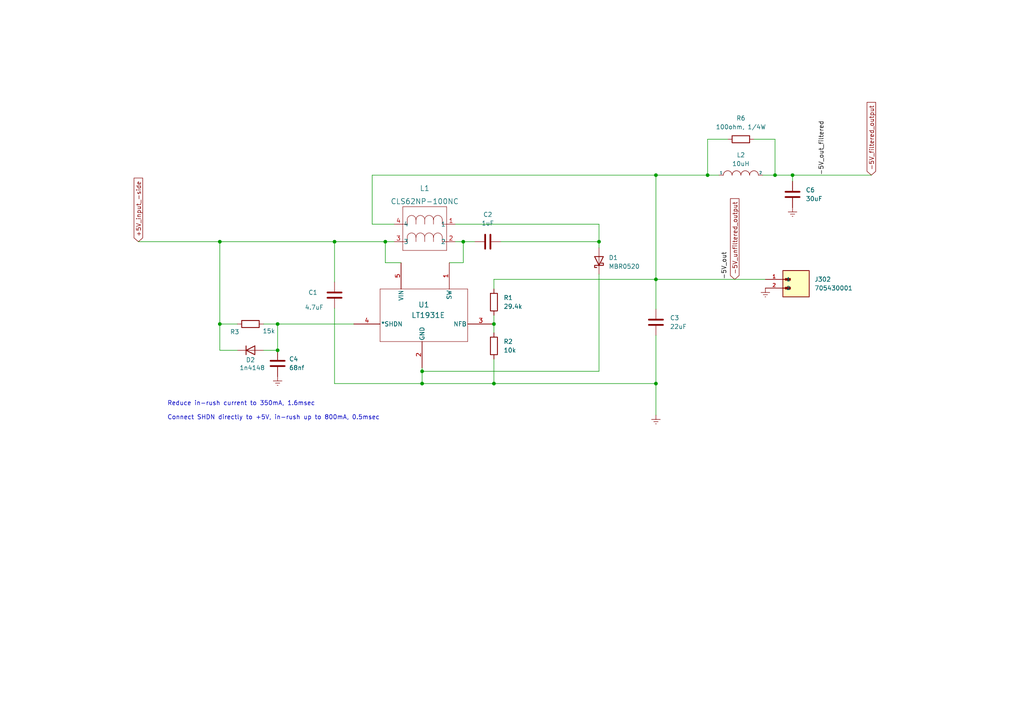
<source format=kicad_sch>
(kicad_sch (version 20211123) (generator eeschema)
  (paper "A4")
  (title_block (title "lT1391 -5v Supply") (company "M C Nelson, PhD"))
  (lib_symbols
    (symbol "705430001:705430001" (pin_names (offset 1.016))
      (property "Reference" "J" (at 0 3.81 0))
      (property "Value" "705430001" (at 0 -7.62 0))
      (symbol "705430001_0_0"
        (rectangle (start 0 -5.08) (end 7.62 2.54) (stroke (width 0.254)) (fill (type background)))
        (polyline (pts (xy 0 -2.54) (xy 1.905 -2.54)) (stroke (width 0.254)))
        (polyline (pts (xy 0 0) (xy 1.905 0)) (stroke (width 0.254)))
        (rectangle (start 0.635 -2.8575) (end 2.2225 -2.2225) (stroke (width 0.1)) (fill (type outline)))
        (rectangle (start 0.635 -0.3175) (end 2.2225 0.3175) (stroke (width 0.1)) (fill (type outline)))
        (pin passive line (at -5.08 0 0) (length 5.08) (name "1") (number "1"))
        (pin passive line (at -5.08 -2.54 0) (length 5.08) (name "2") (number "2"))
      )
    )
    (symbol "CLS62NP-100NC:CLS62NP-100NC" (pin_names (offset 0.254))
      (property "Reference" "L" (at 10.16 12.7 0))
      (property "Value" "CLS62NP-100NC" (at 10.16 7.62 0))
      (symbol "CLS62NP-100NC_0_1"
        (polyline (pts (xy 2.54 -7.62) (xy 15.24 -7.62)) (stroke (width 0.127)))
        (polyline (pts (xy 2.54 0) (xy 3.81 0)) (stroke (width 0.127)))
        (polyline (pts (xy 2.54 5.08) (xy 2.54 -7.62)) (stroke (width 0.127)))
        (polyline (pts (xy 3.81 -5.08) (xy 2.54 -5.08)) (stroke (width 0.127)))
        (polyline (pts (xy 3.81 -5.08) (xy 3.81 -3.81)) (stroke (width 0.127)))
        (polyline (pts (xy 3.81 0) (xy 3.81 1.27)) (stroke (width 0.127)))
        (polyline (pts (xy 6.35 -5.08) (xy 6.35 -3.81)) (stroke (width 0.127)))
        (polyline (pts (xy 6.35 0) (xy 6.35 1.27)) (stroke (width 0.127)))
        (polyline (pts (xy 8.89 -5.08) (xy 8.89 -3.81)) (stroke (width 0.127)))
        (polyline (pts (xy 8.89 0) (xy 8.89 1.27)) (stroke (width 0.127)))
        (polyline (pts (xy 11.43 -5.08) (xy 11.43 -3.81)) (stroke (width 0.127)))
        (polyline (pts (xy 11.43 0) (xy 11.43 1.27)) (stroke (width 0.127)))
        (polyline (pts (xy 13.97 -5.08) (xy 13.97 -3.81)) (stroke (width 0.127)))
        (polyline (pts (xy 13.97 0) (xy 13.97 1.27)) (stroke (width 0.127)))
        (polyline (pts (xy 13.97 0) (xy 15.24 0)) (stroke (width 0.127)))
        (polyline (pts (xy 15.24 -7.62) (xy 15.24 5.08)) (stroke (width 0.127)))
        (polyline (pts (xy 15.24 -5.08) (xy 13.97 -5.08)) (stroke (width 0.127)))
        (polyline (pts (xy 15.24 5.08) (xy 2.54 5.08)) (stroke (width 0.127)))
        (arc (start 6.35 -3.81) (mid 5.08 -2.54) (end 3.81 -3.81) (stroke (width 0.127)))
        (arc (start 6.35 1.27) (mid 5.08 2.54) (end 3.81 1.27) (stroke (width 0.127)))
        (arc (start 8.89 -3.81) (mid 7.62 -2.54) (end 6.35 -3.81) (stroke (width 0.127)))
        (arc (start 8.89 1.27) (mid 7.62 2.54) (end 6.35 1.27) (stroke (width 0.127)))
        (arc (start 11.43 -3.81) (mid 10.16 -2.54) (end 8.89 -3.81) (stroke (width 0.127)))
        (arc (start 11.43 1.27) (mid 10.16 2.54) (end 8.89 1.27) (stroke (width 0.127)))
        (arc (start 13.97 -3.81) (mid 12.7 -2.54) (end 11.43 -3.81) (stroke (width 0.127)))
        (arc (start 13.97 1.27) (mid 12.7 2.54) (end 11.43 1.27) (stroke (width 0.127)))
        (pin unspecified line (at 0 0 0) (length 2.54) (name "1") (number "1"))
        (pin unspecified line (at 0 -5.08 0) (length 2.54) (name "2") (number "2"))
        (pin unspecified line (at 17.78 -5.08 180) (length 2.54) (name "3") (number "3"))
        (pin unspecified line (at 17.78 0 180) (length 2.54) (name "4") (number "4"))
      )
    )
    (symbol "Device:C" (pin_numbers hide) (pin_names (offset 0.254))
      (property "Reference" "C" (at 0.635 2.54 0))
      (property "Value" "C" (at 0.635 -2.54 0))
      (symbol "C_0_1"
        (polyline (pts (xy -2.032 -0.762) (xy 2.032 -0.762)) (stroke (width 0.508)))
        (polyline (pts (xy -2.032 0.762) (xy 2.032 0.762)) (stroke (width 0.508)))
      )
      (symbol "C_1_1"
        (pin passive line (at 0 3.81 270) (length 2.794) (name "~") (number "1"))
        (pin passive line (at 0 -3.81 90) (length 2.794) (name "~") (number "2"))
      )
    )
    (symbol "Device:D" (pin_numbers hide) (pin_names (offset 1.016) hide)
      (property "Reference" "D" (at 0 2.54 0))
      (property "Value" "D" (at 0 -2.54 0))
      (symbol "D_0_1"
        (polyline (pts (xy -1.27 1.27) (xy -1.27 -1.27)) (stroke (width 0.254)))
        (polyline (pts (xy 1.27 0) (xy -1.27 0)))
        (polyline (pts (xy 1.27 1.27) (xy 1.27 -1.27) (xy -1.27 0) (xy 1.27 1.27)) (stroke (width 0.254)))
      )
      (symbol "D_1_1"
        (pin passive line (at -3.81 0 0) (length 2.54) (name "K") (number "1"))
        (pin passive line (at 3.81 0 180) (length 2.54) (name "A") (number "2"))
      )
    )
    (symbol "Device:D_Schottky" (pin_numbers hide) (pin_names (offset 1.016) hide)
      (property "Reference" "D" (at 0 2.54 0))
      (property "Value" "D_Schottky" (at 0 -2.54 0))
      (symbol "D_Schottky_0_1"
        (polyline (pts (xy 1.27 0) (xy -1.27 0)))
        (polyline (pts (xy 1.27 1.27) (xy 1.27 -1.27) (xy -1.27 0) (xy 1.27 1.27)) (stroke (width 0.254)))
        (polyline (pts (xy -1.905 0.635) (xy -1.905 1.27) (xy -1.27 1.27) (xy -1.27 -1.27) (xy -0.635 -1.27) (xy -0.635 -0.635)) (stroke (width 0.254)))
      )
      (symbol "D_Schottky_1_1"
        (pin passive line (at -3.81 0 0) (length 2.54) (name "K") (number "1"))
        (pin passive line (at 3.81 0 180) (length 2.54) (name "A") (number "2"))
      )
    )
    (symbol "Device:R" (pin_numbers hide) (pin_names (offset 0))
      (property "Reference" "R" (at 2.032 0 90))
      (property "Value" "R" (at 0 0 90))
      (symbol "R_0_1"
        (rectangle (start -1.016 -2.54) (end 1.016 2.54) (stroke (width 0.254)))
      )
      (symbol "R_1_1"
        (pin passive line (at 0 3.81 270) (length 1.27) (name "~") (number "1"))
        (pin passive line (at 0 -3.81 90) (length 1.27) (name "~") (number "2"))
      )
    )
    (symbol "LT1931ES5-TRPBF_1" (pin_names (offset 0.254))
      (property "Reference" "U" (at -1.27 28.448 0))
      (property "Value" "LT1931ES5-TRPBF_1" (at -1.27 25.908 0))
      (symbol "LT1931ES5-TRPBF_1_0_1"
        (polyline (pts (xy -12.192 -8.128) (xy 13.208 -8.128)) (stroke (width 0.127)))
        (polyline (pts (xy -12.192 7.112) (xy -12.192 -8.128)) (stroke (width 0.127)))
        (polyline (pts (xy 13.208 -8.128) (xy 13.208 7.112)) (stroke (width 0.127)))
        (polyline (pts (xy 13.208 7.112) (xy -12.192 7.112)) (stroke (width 0.127)))
        (pin unspecified line (at 7.874 14.732 270) (length 7.62) (name "SW") (number "1"))
        (pin power_in line (at 0 -15.748 90) (length 7.62) (name "GND") (number "2"))
        (pin unspecified line (at 20.828 -3.048 180) (length 7.62) (name "NFB") (number "3"))
        (pin unspecified line (at -19.812 -3.048 0) (length 7.62) (name "*SHDN") (number "4"))
        (pin input line (at -6.096 14.732 270) (length 7.62) (name "VIN") (number "5"))
      )
    )
    (symbol "power:Earth" (power) (pin_names (offset 0))
      (symbol "Earth_0_1"
        (polyline (pts (xy -0.635 -1.905) (xy 0.635 -1.905)))
        (polyline (pts (xy -0.127 -2.54) (xy 0.127 -2.54)))
        (polyline (pts (xy 0 -1.27) (xy 0 0)))
        (polyline (pts (xy 1.27 -1.27) (xy -1.27 -1.27)))
      )
      (symbol "Earth_1_1"
        (pin power_in line (at 0 0 270) (length 0) hide (name "Earth") (number "1"))
      )
    )
    (symbol "pspice:INDUCTOR" (pin_numbers hide) (pin_names (offset 0))
      (property "Reference" "L" (at 0 2.54 0))
      (property "Value" "INDUCTOR" (at 0 -1.27 0))
      (symbol "INDUCTOR_0_1"
        (arc (start -2.54 0) (mid -3.81 1.27) (end -5.08 0))
        (arc (start 0 0) (mid -1.27 1.27) (end -2.54 0))
        (arc (start 2.54 0) (mid 1.27 1.27) (end 0 0))
        (arc (start 5.08 0) (mid 3.81 1.27) (end 2.54 0))
      )
      (symbol "INDUCTOR_1_1"
        (pin input line (at -6.35 0 0) (length 1.27) (name "1") (number "1"))
        (pin input line (at 6.35 0 180) (length 1.27) (name "2") (number "2"))
      )
    )
  )
  (junction (at 190.246 111.252))
  (junction (at 190.246 50.8))
  (junction (at 122.428 111.252))
  (junction (at 122.428 107.696))
  (junction (at 173.736 70.104))
  (junction (at 190.246 81.026))
  (junction (at 143.256 93.98))
  (junction (at 80.518 93.98))
  (junction (at 229.87 50.8))
  (junction (at 63.754 70.104))
  (junction (at 80.518 101.6))
  (junction (at 224.79 50.8))
  (junction (at 205.232 50.8))
  (junction (at 97.028 70.104))
  (junction (at 143.256 111.252))
  (junction (at 63.754 93.98))
  (junction (at 134.366 70.104))
  (junction (at 111.76 70.104))
  (wire (pts (xy 173.736 70.104) (xy 173.736 65.024)))
  (wire (pts (xy 173.736 70.104) (xy 173.736 71.882)))
  (wire (pts (xy 63.754 101.6) (xy 68.834 101.6)))
  (wire (pts (xy 190.246 50.8) (xy 205.232 50.8)))
  (wire (pts (xy 130.302 76.2) (xy 134.366 76.2)))
  (wire (pts (xy 63.754 93.98) (xy 63.754 101.6)))
  (wire (pts (xy 143.256 81.026) (xy 190.246 81.026)))
  (wire (pts (xy 122.428 111.252) (xy 143.256 111.252)))
  (wire (pts (xy 145.288 70.104) (xy 173.736 70.104)))
  (wire (pts (xy 134.366 70.104) (xy 137.668 70.104)))
  (wire (pts (xy 80.518 93.98) (xy 102.616 93.98)))
  (wire (pts (xy 122.428 106.68) (xy 122.428 107.696)))
  (wire (pts (xy 224.79 40.386) (xy 224.79 50.8)))
  (wire (pts (xy 218.694 40.386) (xy 224.79 40.386)))
  (wire (pts (xy 97.028 70.104) (xy 97.028 81.788)))
  (wire (pts (xy 190.246 97.282) (xy 190.246 111.252)))
  (wire (pts (xy 107.95 65.024) (xy 107.95 50.8)))
  (wire (pts (xy 224.79 50.8) (xy 221.234 50.8)))
  (wire (pts (xy 80.518 93.98) (xy 80.518 101.6)))
  (wire (pts (xy 107.95 50.8) (xy 190.246 50.8)))
  (wire (pts (xy 224.79 50.8) (xy 229.87 50.8)))
  (wire (pts (xy 173.736 65.024) (xy 132.08 65.024)))
  (wire (pts (xy 111.76 70.104) (xy 111.76 76.2)))
  (wire (pts (xy 40.132 70.104) (xy 63.754 70.104)))
  (wire (pts (xy 190.246 50.8) (xy 190.246 81.026)))
  (wire (pts (xy 208.534 50.8) (xy 205.232 50.8)))
  (wire (pts (xy 68.834 93.98) (xy 63.754 93.98)))
  (wire (pts (xy 97.028 111.252) (xy 122.428 111.252)))
  (wire (pts (xy 76.454 93.98) (xy 80.518 93.98)))
  (wire (pts (xy 143.256 111.252) (xy 190.246 111.252)))
  (wire (pts (xy 143.256 104.14) (xy 143.256 111.252)))
  (wire (pts (xy 143.256 93.98) (xy 143.256 96.52)))
  (wire (pts (xy 63.754 70.104) (xy 63.754 93.98)))
  (wire (pts (xy 111.76 70.104) (xy 114.3 70.104)))
  (wire (pts (xy 134.366 70.104) (xy 134.366 76.2)))
  (wire (pts (xy 229.87 50.8) (xy 229.87 52.578)))
  (wire (pts (xy 143.256 91.44) (xy 143.256 93.98)))
  (wire (pts (xy 143.256 83.82) (xy 143.256 81.026)))
  (wire (pts (xy 205.232 50.8) (xy 205.232 40.386)))
  (wire (pts (xy 97.028 89.408) (xy 97.028 111.252)))
  (wire (pts (xy 190.246 81.026) (xy 190.246 89.662)))
  (wire (pts (xy 114.3 65.024) (xy 107.95 65.024)))
  (wire (pts (xy 111.76 76.2) (xy 116.332 76.2)))
  (wire (pts (xy 173.736 107.696) (xy 122.428 107.696)))
  (wire (pts (xy 190.246 120.396) (xy 190.246 111.252)))
  (wire (pts (xy 63.754 70.104) (xy 97.028 70.104)))
  (wire (pts (xy 205.232 40.386) (xy 211.074 40.386)))
  (wire (pts (xy 132.08 70.104) (xy 134.366 70.104)))
  (wire (pts (xy 229.87 50.8) (xy 252.73 50.8)))
  (wire (pts (xy 80.518 101.6) (xy 76.454 101.6)))
  (wire (pts (xy 97.028 70.104) (xy 111.76 70.104)))
  (wire (pts (xy 122.428 107.696) (xy 122.428 111.252)))
  (wire (pts (xy 190.246 81.026) (xy 221.996 81.026)))
  (wire (pts (xy 173.736 79.502) (xy 173.736 107.696)))
  (text "Reduce in-rush current to 350mA, 1.6msec\n\nConnect SHDN directly to +5V, in-rush up to 800mA, 0.5msec" (at 48.514 121.92 0) (effects (font (size 1.27 1.27)) (justify left bottom)))
  (label "-5V_out" (at 211.074 81.026 90))
  (label "-5V_out_filtered" (at 239.268 50.8 90))
  (global_label "-5V_filtered_output" (shape input) (at 252.73 50.8 90) (property "Intersheet References" "${INTERSHEET_REFS}" (effects hide)))
  (global_label "+5V_input_-side" (shape input) (at 40.132 70.104 90) (property "Intersheet References" "${INTERSHEET_REFS}" (effects hide)))
  (global_label "-5V_unfiltered_output" (shape input) (at 213.106 81.026 90) (property "Intersheet References" "${INTERSHEET_REFS}" (effects hide)))
  (symbol (lib_id "Device:D_Schottky") (at 173.736 75.692 90) (unit 1)
    (property "Reference" "D1" (at 176.53 74.7394 90) (effects (justify right)))
    (property "Value" "MBR0520" (at 176.53 77.2794 90) (effects (justify right)))
    (property "Footprint" "Diode_SMD:D_SOD-123" (effects hide))
    (property "Digikey" "3191-MBR0520CT-ND" (effects hide))
    (property "Description" "DIODE SCHOTTKY 20V 500MA SOD123" (effects hide))
  )
  (symbol (lib_id "705430001:705430001") (at 227.076 81.026 0) (unit 1)
    (property "Reference" "J302" (at 236.22 81.0259 0) (effects (justify left)))
    (property "Value" "705430001" (at 236.22 83.5659 0) (effects (justify left)))
    (property "Footprint" "MOLEX_705430001" (effects hide))
    (property "PARTREV" "M1" (effects hide))
    (property "STANDARD" "Manufacturer Recommendations" (effects hide))
    (property "MAXIMUM_PACKAGE_HEIGHT" "11.81 mm" (effects hide))
    (property "MANUFACTURER" "Molex" (effects hide))
    (property "Description" "CONN HEADER VERT 2POS 2.54MM" (effects hide))
    (property "Digikey" "WM4800-ND" (effects hide))
    (property "Manufacturer Part number" "0705430001" (effects hide))
  )
  (symbol (lib_id "power:Earth") (at 221.996 83.566 0) (unit 1)
    (property "Reference" "#PWR0110" (effects hide))
    (property "Value" "Earth" (effects hide))
  )
  (symbol (lib_id "Device:R") (at 214.884 40.386 90) (unit 1)
    (property "Reference" "R6" (at 214.884 34.29 90))
    (property "Value" "100ohm, 1/4W" (at 214.884 36.83 90))
    (property "Footprint" "Resistor_SMD:R_0805_2012Metric" (effects hide))
    (property "Description" "RES SMD 100 OHM 1% 1/2W 0805" (effects hide))
    (property "Digikey" "P16057CT-ND" (effects hide))
  )
  (symbol (lib_id "Device:C") (at 190.246 93.472 0) (unit 1)
    (property "Reference" "C3" (at 194.31 92.2019 0) (effects (justify left)))
    (property "Value" "22uF" (at 194.31 94.7419 0) (effects (justify left)))
    (property "Footprint" "Capacitor_SMD:C_0805_2012Metric" (effects hide))
    (property "Digikey" "445-14428-1-ND" (effects hide))
    (property "Description" "CAP CER 22UF 35V X5R 0805" (effects hide))
  )
  (symbol (lib_id "Device:R") (at 143.256 87.63 0) (unit 1)
    (property "Reference" "R1" (at 146.05 86.3599 0) (effects (justify left)))
    (property "Value" "29.4k" (at 146.05 88.8999 0) (effects (justify left)))
    (property "Footprint" "Resistor_SMD:R_0805_2012Metric" (effects hide))
    (property "Digikey" "311-29.4KCRCT-ND" (effects hide))
    (property "Description" "RES 29.4K OHM 1% 1/8W 0805" (effects hide))
  )
  (symbol (lib_id "Device:R") (at 72.644 93.98 90) (unit 1)
    (property "Reference" "R3" (at 68.072 96.266 90))
    (property "Value" "15k" (at 77.978 96.012 90))
    (property "Footprint" "Resistor_SMD:R_0805_2012Metric" (effects hide))
    (property "Digikey" "311-15.0KCRCT-ND" (effects hide))
    (property "Description" "RES 15K OHM 1% 1/8W 0805" (effects hide))
  )
  (symbol (lib_id "power:Earth") (at 80.518 109.22 0) (unit 1)
    (property "Reference" "#PWR01" (effects hide))
    (property "Value" "Earth" (effects hide))
  )
  (symbol (lib_name "LT1931ES5-TRPBF_1") (lib_id "LT1931:LT1931ES5-TRPBF") (at 122.428 90.932 0) (unit 1)
    (property "Reference" "U1" (at 122.936 88.392 0) (effects (font (size 1.524 1.524))))
    (property "Value" "LT1931E" (at 124.206 91.44 0) (effects (font (size 1.524 1.524))))
    (property "Footprint" "Package_TO_SOT_SMD:TSOT-23-5" (effects hide))
    (property "Datasheet" "LT1931ES5-TRPBF" (effects hide))
    (property "Description" "Cuk Switching Regulator IC Negative Adjustable -1.255V 1 Output 1A (Switch) SOT-23-5 Thin, TSOT-23-5" (effects hide))
    (property "Digikey" "505-LT1931ES5#TRPBFCT-ND" (effects hide))
  )
  (symbol (lib_id "power:Earth") (at 229.87 60.198 0) (unit 1)
    (property "Reference" "#PWR0102" (effects hide))
    (property "Value" "Earth" (effects hide))
  )
  (symbol (lib_id "power:Earth") (at 190.246 120.396 0) (mirror y) (unit 1)
    (property "Reference" "#PWR0106" (effects hide))
    (property "Value" "Earth" (effects hide))
  )
  (symbol (lib_id "Device:D") (at 72.644 101.6 0) (unit 1)
    (property "Reference" "D2" (at 72.644 104.394 0))
    (property "Value" "1n4148" (at 73.152 106.68 0))
    (property "Footprint" "Diode_SMD:D_SOD-323" (effects hide))
    (property "Digikey" "1N4148WS-HE3-08GICT-ND" (effects hide))
    (property "Description" "DIODE GEN PURP 75V 150MA SOD323" (effects hide))
  )
  (symbol (lib_id "CLS62NP-100NC:CLS62NP-100NC") (at 132.08 65.024 0) (mirror y) (unit 1)
    (property "Reference" "L1" (at 123.19 54.61 0) (effects (font (size 1.524 1.524))))
    (property "Value" "CLS62NP-100NC" (at 123.19 58.42 0) (effects (font (size 1.524 1.524))))
    (property "Footprint" "CLS62_SUM" (effects hide))
    (property "Datasheet" "CLS62NP-100NC" (effects hide))
    (property "Digikey" "308-2327-1-ND" (effects hide))
    (property "Description" "FIXED IND 10UH 700MA 200MOHM SMD" (effects hide))
  )
  (symbol (lib_id "Device:R") (at 143.256 100.33 0) (unit 1)
    (property "Reference" "R2" (at 146.05 99.0599 0) (effects (justify left)))
    (property "Value" "10k" (at 146.05 101.5999 0) (effects (justify left)))
    (property "Footprint" "Resistor_SMD:R_0805_2012Metric" (effects hide))
    (property "Digikey" "311-10.0KCRCT-ND" (effects hide))
    (property "Description" "RES 10K OHM 1% 1/8W 0805" (effects hide))
  )
  (symbol (lib_id "Device:C") (at 141.478 70.104 90) (unit 1)
    (property "Reference" "C2" (at 141.478 62.23 90))
    (property "Value" "1uF" (at 141.478 64.77 90))
    (property "Footprint" "Capacitor_SMD:C_0805_2012Metric" (effects hide))
    (property "Manufacturer" "Taiyo Yuden" (effects hide))
    (property "Digikey" "445-7547-1-ND" (effects hide))
    (property "Description" "1 µF ±10% 50V Ceramic Capacitor X7R 0805 (2012 Metric)" (effects hide))
  )
  (symbol (lib_id "pspice:INDUCTOR") (at 214.884 50.8 0) (unit 1)
    (property "Reference" "L2" (at 214.884 44.958 0))
    (property "Value" "10uH" (at 214.884 47.498 0))
    (property "Footprint" "Inductor_SMD:L_Taiyo-Yuden_NR-40xx" (effects hide))
    (property "Digikey" "587-2886-1-ND" (effects hide))
    (property "Detailed Description" "FIXED IND 10UH 1.2A 180 MOHM SMD" (effects hide))
    (property "Description" "100 µH Shielded Drum Core,Wirewound Inductor 1.53 A 160mOhm Max Nonstandard" (effects hide))
  )
  (symbol (lib_id "Device:C") (at 80.518 105.41 0) (unit 1)
    (property "Reference" "C4" (at 83.82 104.1399 0) (effects (justify left)))
    (property "Value" "68nf" (at 83.82 106.6799 0) (effects (justify left)))
    (property "Footprint" "Capacitor_SMD:C_0805_2012Metric" (effects hide))
    (property "Digikey" "399-C0805C683K5RECAUTO7210CT-ND" (effects hide))
    (property "Description" "CAP CER 0805 68NF 50V X7R 10%" (effects hide))
  )
  (symbol (lib_id "Device:C") (at 229.87 56.388 0) (unit 1)
    (property "Reference" "C6" (at 233.68 55.1179 0) (effects (justify left)))
    (property "Value" "30uF" (at 233.68 57.6579 0) (effects (justify left)))
    (property "Footprint" "Capacitor_SMD:C_1206_3216Metric" (effects hide))
    (property "Description" "CAP CER 33UF 25V X5R 1206" (effects hide))
    (property "Digikey" "445-8046-1-ND" (effects hide))
  )
  (symbol (lib_id "Device:C") (at 97.028 85.598 0) (unit 1)
    (property "Reference" "C1" (at 89.408 84.836 0) (effects (justify left)))
    (property "Value" "4.7uF" (at 88.392 89.154 0) (effects (justify left)))
    (property "Footprint" "Capacitor_SMD:C_0805_2012Metric" (effects hide))
    (property "Manufacturer" "Taiyo Yuden" (effects hide))
    (property "Digikey" "490-14532-1-ND" (effects hide))
    (property "Description" "CAP CER 4.7UF 16V X7R 0805" (effects hide))
  )
)
</source>
